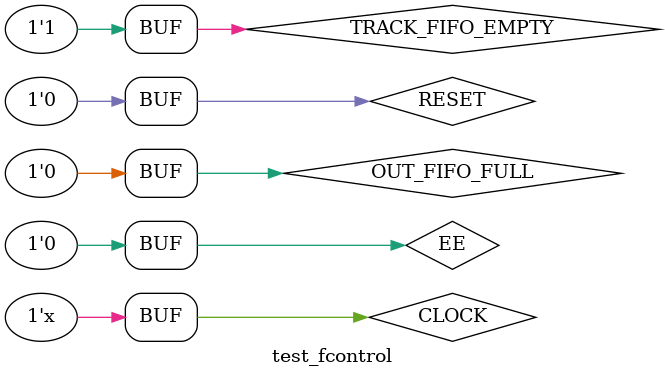
<source format=v>
`timescale 1ns / 1ps


module test_fcontrol;

	// Inputs
	reg TRACK_FIFO_EMPTY;
	reg EE;
	reg OUT_FIFO_FULL;
	reg RESET;
	reg CLOCK;

	// Outputs
	wire TRACK_FIFO_RE;
	wire FIFO_EE_RE;
	wire HITS_FIFO_RE;
	wire OUT_FIFO_WE;
	wire OUT_FIFO_ERROR;
	wire [2:0] SEL;
	wire EE_OUT;
	wire EP_OUT;

	// Instantiate the Unit Under Test (UUT)
	formatter_control uut (
		.TRACK_FIFO_RE(TRACK_FIFO_RE), 
		.TRACK_FIFO_EMPTY(TRACK_FIFO_EMPTY), 
		.EE(EE), 
		.FIFO_EE_RE(FIFO_EE_RE), 
		.HITS_FIFO_RE(HITS_FIFO_RE), 
		.OUT_FIFO_WE(OUT_FIFO_WE), 
		.OUT_FIFO_FULL(OUT_FIFO_FULL), 
		.OUT_FIFO_ERROR(OUT_FIFO_ERROR), 
		.SEL(SEL), 
		.RESET(RESET), 
		.CLOCK(CLOCK), 
		.EE_OUT(EE_OUT), 
		.EP_OUT(EP_OUT)
	);

	initial begin
		// Initialize Inputs
		TRACK_FIFO_EMPTY = 1;
		EE = 0;
		OUT_FIFO_FULL = 0;
		RESET = 0;
		CLOCK = 0;

		// Wait 100 ns for global reset to finish
		#100;
		RESET = 1;
		#10 RESET = 0;
		#10;
      TRACK_FIFO_EMPTY = 0;
		#140;
		EE = 1;
		#10;
		EE = 0;
		#140;
		TRACK_FIFO_EMPTY = 1;
		// Add stimulus here

	end

	always begin
		#5 CLOCK = ~CLOCK;
	end
endmodule


</source>
